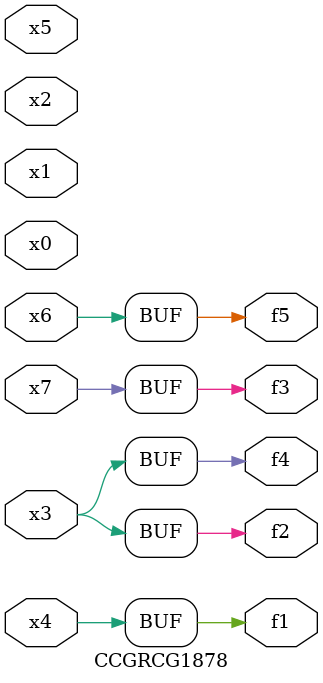
<source format=v>
module CCGRCG1878(
	input x0, x1, x2, x3, x4, x5, x6, x7,
	output f1, f2, f3, f4, f5
);
	assign f1 = x4;
	assign f2 = x3;
	assign f3 = x7;
	assign f4 = x3;
	assign f5 = x6;
endmodule

</source>
